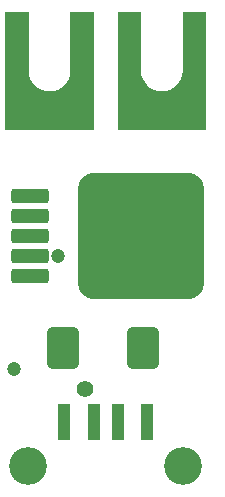
<source format=gts>
G04 Layer_Color=8388736*
%FSLAX44Y44*%
%MOMM*%
G71*
G01*
G75*
G04:AMPARAMS|DCode=28|XSize=10.7032mm|YSize=10.7032mm|CornerRadius=1.4141mm|HoleSize=0mm|Usage=FLASHONLY|Rotation=180.000|XOffset=0mm|YOffset=0mm|HoleType=Round|Shape=RoundedRectangle|*
%AMROUNDEDRECTD28*
21,1,10.7032,7.8750,0,0,180.0*
21,1,7.8750,10.7032,0,0,180.0*
1,1,2.8282,-3.9375,3.9375*
1,1,2.8282,3.9375,3.9375*
1,1,2.8282,3.9375,-3.9375*
1,1,2.8282,-3.9375,-3.9375*
%
%ADD28ROUNDEDRECTD28*%
G04:AMPARAMS|DCode=29|XSize=3.1532mm|YSize=1.2532mm|CornerRadius=0.2329mm|HoleSize=0mm|Usage=FLASHONLY|Rotation=180.000|XOffset=0mm|YOffset=0mm|HoleType=Round|Shape=RoundedRectangle|*
%AMROUNDEDRECTD29*
21,1,3.1532,0.7875,0,0,180.0*
21,1,2.6875,1.2532,0,0,180.0*
1,1,0.4657,-1.3438,0.3937*
1,1,0.4657,1.3438,0.3937*
1,1,0.4657,1.3438,-0.3937*
1,1,0.4657,-1.3438,-0.3937*
%
%ADD29ROUNDEDRECTD29*%
G04:AMPARAMS|DCode=30|XSize=2.7032mm|YSize=3.5032mm|CornerRadius=0.4141mm|HoleSize=0mm|Usage=FLASHONLY|Rotation=180.000|XOffset=0mm|YOffset=0mm|HoleType=Round|Shape=RoundedRectangle|*
%AMROUNDEDRECTD30*
21,1,2.7032,2.6750,0,0,180.0*
21,1,1.8750,3.5032,0,0,180.0*
1,1,0.8282,-0.9375,1.3375*
1,1,0.8282,0.9375,1.3375*
1,1,0.8282,0.9375,-1.3375*
1,1,0.8282,-0.9375,-1.3375*
%
%ADD30ROUNDEDRECTD30*%
%ADD31R,1.0032X3.0232*%
%ADD32C,3.2032*%
%ADD33C,1.4032*%
%ADD34C,1.2032*%
%ADD35C,1.0032*%
G36*
X-10000Y10000D02*
X-85000D01*
Y110000D01*
X-65000D01*
Y60000D01*
Y59140D01*
X-64747Y56569D01*
X-63746Y53271D01*
X-62121Y50230D01*
X-59934Y47566D01*
X-57270Y45379D01*
X-54229Y43754D01*
X-50931Y42753D01*
X-47500Y42415D01*
X-44069Y42753D01*
X-40771Y43754D01*
X-37731Y45379D01*
X-35066Y47566D01*
X-32879Y50230D01*
X-31254Y53271D01*
X-30253Y56569D01*
X-30000Y59140D01*
Y60000D01*
Y110000D01*
X-10000D01*
Y10000D01*
D02*
G37*
G36*
X85000D02*
X10000D01*
Y110000D01*
X30000D01*
Y60000D01*
Y59140D01*
X30253Y56569D01*
X31254Y53271D01*
X32879Y50230D01*
X35066Y47566D01*
X37731Y45379D01*
X40771Y43754D01*
X44069Y42753D01*
X47500Y42415D01*
X50931Y42753D01*
X54229Y43754D01*
X57270Y45379D01*
X59934Y47566D01*
X62121Y50230D01*
X63746Y53271D01*
X64747Y56569D01*
X65000Y59140D01*
Y60000D01*
Y110000D01*
X85000D01*
Y10000D01*
D02*
G37*
D28*
X30000Y-80000D02*
D03*
D29*
X-64000Y-114100D02*
D03*
Y-45900D02*
D03*
Y-62950D02*
D03*
Y-80000D02*
D03*
Y-97050D02*
D03*
D30*
X31500Y-175000D02*
D03*
X-36500D02*
D03*
D31*
X-10000Y-237900D02*
D03*
X10000D02*
D03*
X-35000D02*
D03*
X35000D02*
D03*
D32*
X-65700Y-275000D02*
D03*
X65700D02*
D03*
D33*
X-17500Y-210000D02*
D03*
D34*
X-77500Y-192500D02*
D03*
X-40450Y-97050D02*
D03*
D35*
X20000Y100000D02*
D03*
Y82500D02*
D03*
Y65000D02*
D03*
Y47500D02*
D03*
Y30000D02*
D03*
X47500D02*
D03*
X75000D02*
D03*
Y47500D02*
D03*
Y65000D02*
D03*
Y82500D02*
D03*
Y100000D02*
D03*
X-20000D02*
D03*
Y82500D02*
D03*
Y65000D02*
D03*
Y47500D02*
D03*
Y30000D02*
D03*
X-47500D02*
D03*
X-75000D02*
D03*
Y47500D02*
D03*
Y65000D02*
D03*
Y82500D02*
D03*
Y100000D02*
D03*
M02*

</source>
